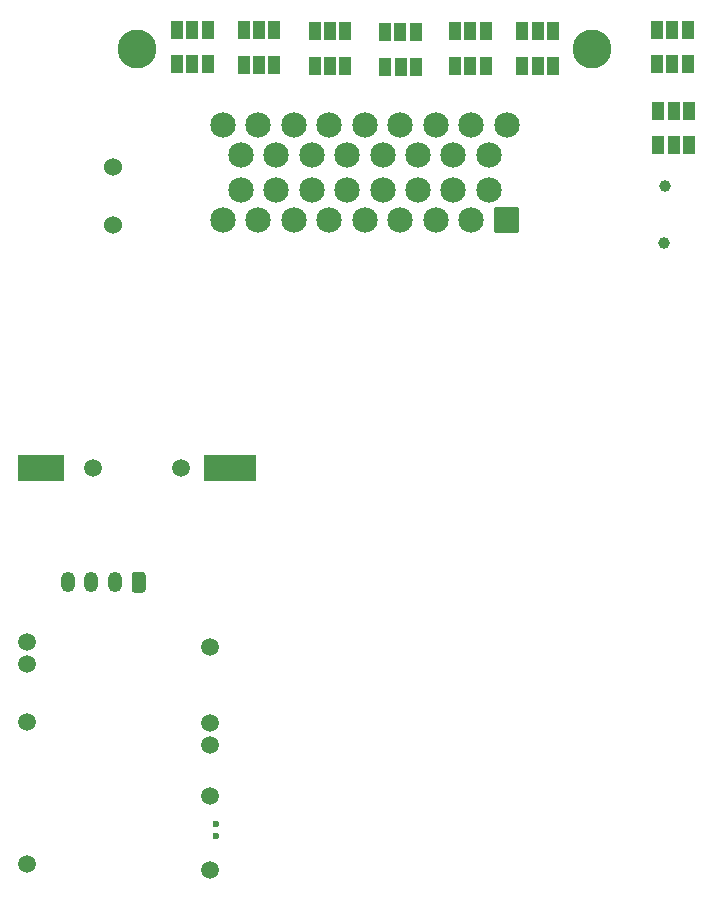
<source format=gbs>
G04 #@! TF.GenerationSoftware,KiCad,Pcbnew,8.0.4-8.0.4-0~ubuntu22.04.1*
G04 #@! TF.CreationDate,2024-07-19T03:37:34+00:00*
G04 #@! TF.ProjectId,PRODashController,50524f44-6173-4684-936f-6e74726f6c6c,rev?*
G04 #@! TF.SameCoordinates,Original*
G04 #@! TF.FileFunction,Soldermask,Bot*
G04 #@! TF.FilePolarity,Negative*
%FSLAX46Y46*%
G04 Gerber Fmt 4.6, Leading zero omitted, Abs format (unit mm)*
G04 Created by KiCad (PCBNEW 8.0.4-8.0.4-0~ubuntu22.04.1) date 2024-07-19 03:37:34*
%MOMM*%
%LPD*%
G01*
G04 APERTURE LIST*
%ADD10O,1.200000X1.750000*%
%ADD11C,3.300000*%
%ADD12C,2.154000*%
%ADD13C,1.500000*%
%ADD14C,0.600000*%
%ADD15C,1.524000*%
%ADD16R,1.000000X1.500000*%
%ADD17R,4.399991X2.299995*%
%ADD18R,3.999992X2.299995*%
%ADD19C,1.000000*%
G04 APERTURE END LIST*
G04 #@! TO.C,J2*
G36*
G01*
X13000000Y34425000D02*
X13000000Y33175000D01*
G75*
G02*
X12750000Y32925000I-250000J0D01*
G01*
X12050000Y32925000D01*
G75*
G02*
X11800000Y33175000I0J250000D01*
G01*
X11800000Y34425000D01*
G75*
G02*
X12050000Y34675000I250000J0D01*
G01*
X12750000Y34675000D01*
G75*
G02*
X13000000Y34425000I0J-250000D01*
G01*
G37*
D10*
X10400000Y33800000D03*
X8400000Y33800000D03*
X6400000Y33800000D03*
G04 #@! TD*
D11*
G04 #@! TO.C,J1*
X50800000Y79000000D03*
X12300000Y79000000D03*
G36*
G01*
X44627000Y65475000D02*
X44627000Y63525000D01*
G75*
G02*
X44525000Y63423000I-102000J0D01*
G01*
X42575000Y63423000D01*
G75*
G02*
X42473000Y63525000I0J102000D01*
G01*
X42473000Y65475000D01*
G75*
G02*
X42575000Y65577000I102000J0D01*
G01*
X44525000Y65577000D01*
G75*
G02*
X44627000Y65475000I0J-102000D01*
G01*
G37*
D12*
X40550000Y64500000D03*
X37550000Y64500000D03*
X34550000Y64500000D03*
X31550000Y64500000D03*
X28550000Y64500000D03*
X25550000Y64500000D03*
X22550000Y64500000D03*
X19550000Y64500000D03*
X42050000Y67000000D03*
X39050000Y67000000D03*
X36050000Y67000000D03*
X33050000Y67000000D03*
X30050000Y67000000D03*
X27050000Y67000000D03*
X24050000Y67000000D03*
X21050000Y67000000D03*
X42050000Y70000000D03*
X39050000Y70000000D03*
X36050000Y70000000D03*
X33050000Y70000000D03*
X30050000Y70000000D03*
X27050000Y70000000D03*
X24050000Y70000000D03*
X21050000Y70000000D03*
X43550000Y72500000D03*
X40550000Y72500000D03*
X37550000Y72500000D03*
X34550000Y72500000D03*
X31550000Y72500000D03*
X28550000Y72500000D03*
X25550000Y72500000D03*
X22550000Y72500000D03*
X19550000Y72500000D03*
G04 #@! TD*
D13*
G04 #@! TO.C,M2*
X18474995Y28324999D03*
X18474995Y21925002D03*
X18474995Y20024999D03*
X18474995Y15724999D03*
D14*
X18924994Y13325002D03*
X18924994Y12325001D03*
D13*
X18474995Y9474999D03*
X2974998Y28775001D03*
X2974998Y26925002D03*
X2974998Y21974999D03*
X2974998Y9925001D03*
G04 #@! TD*
D15*
G04 #@! TO.C,F1*
X10200000Y68950000D03*
X10200000Y64050000D03*
G04 #@! TD*
D16*
G04 #@! TO.C,JP7*
X23900000Y77600000D03*
X22600000Y77600000D03*
X21300000Y77600000D03*
G04 #@! TD*
D13*
G04 #@! TO.C,BT1*
X16000000Y43500000D03*
X8500142Y43500000D03*
D17*
X20100094Y43500000D03*
D18*
X4100075Y43500000D03*
G04 #@! TD*
D16*
G04 #@! TO.C,JP6*
X23900000Y80530000D03*
X22600000Y80530000D03*
X21300000Y80530000D03*
G04 #@! TD*
G04 #@! TO.C,JP15*
X47500000Y77500000D03*
X46200000Y77500000D03*
X44900000Y77500000D03*
G04 #@! TD*
G04 #@! TO.C,JP10*
X59000000Y73730000D03*
X57700000Y73730000D03*
X56400000Y73730000D03*
G04 #@! TD*
G04 #@! TO.C,JP2*
X35850000Y80357500D03*
X34550000Y80357500D03*
X33250000Y80357500D03*
G04 #@! TD*
G04 #@! TO.C,JP11*
X59000000Y70800000D03*
X57700000Y70800000D03*
X56400000Y70800000D03*
G04 #@! TD*
G04 #@! TO.C,JP3*
X35900000Y77400000D03*
X34600000Y77400000D03*
X33300000Y77400000D03*
G04 #@! TD*
D19*
G04 #@! TO.C,TP10*
X57000000Y67400000D03*
G04 #@! TD*
D16*
G04 #@! TO.C,JP8*
X18250000Y80600000D03*
X16950000Y80600000D03*
X15650000Y80600000D03*
G04 #@! TD*
G04 #@! TO.C,JP9*
X18250000Y77657500D03*
X16950000Y77657500D03*
X15650000Y77657500D03*
G04 #@! TD*
G04 #@! TO.C,JP16*
X41800000Y80442500D03*
X40500000Y80442500D03*
X39200000Y80442500D03*
G04 #@! TD*
G04 #@! TO.C,JP17*
X41800000Y77500000D03*
X40500000Y77500000D03*
X39200000Y77500000D03*
G04 #@! TD*
G04 #@! TO.C,JP5*
X29900000Y77500000D03*
X28600000Y77500000D03*
X27300000Y77500000D03*
G04 #@! TD*
G04 #@! TO.C,JP14*
X47500000Y80472500D03*
X46200000Y80472500D03*
X44900000Y80472500D03*
G04 #@! TD*
G04 #@! TO.C,JP4*
X29900000Y80442500D03*
X28600000Y80442500D03*
X27300000Y80442500D03*
G04 #@! TD*
G04 #@! TO.C,JP13*
X58900000Y77700000D03*
X57600000Y77700000D03*
X56300000Y77700000D03*
G04 #@! TD*
G04 #@! TO.C,JP12*
X58900000Y80600000D03*
X57600000Y80600000D03*
X56300000Y80600000D03*
G04 #@! TD*
D19*
G04 #@! TO.C,TP9*
X56900000Y62500000D03*
G04 #@! TD*
M02*

</source>
